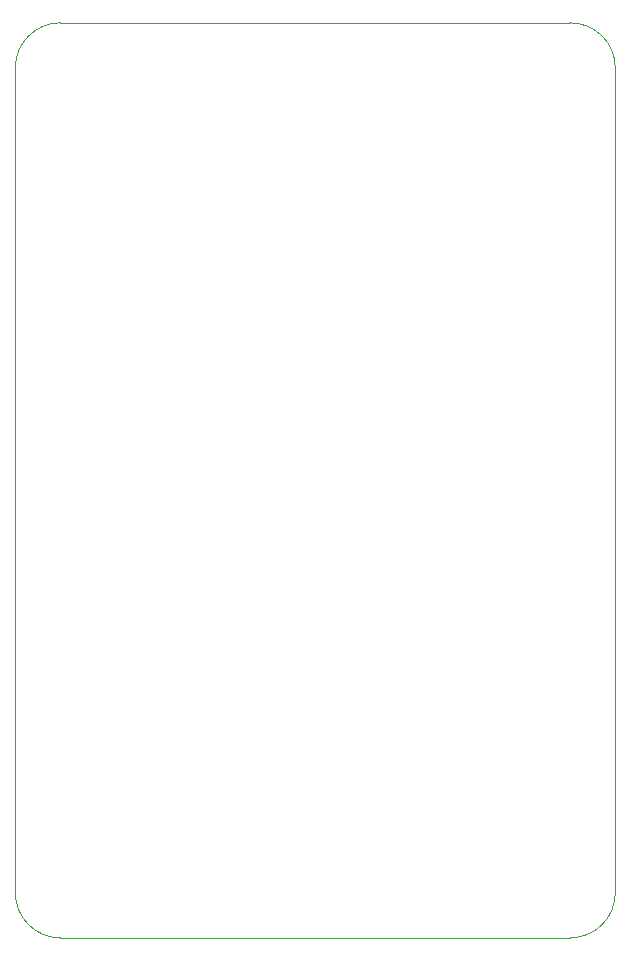
<source format=gbr>
%TF.GenerationSoftware,KiCad,Pcbnew,5.1.8-db9833491~87~ubuntu20.04.1*%
%TF.CreationDate,2020-11-19T17:12:54+01:00*%
%TF.ProjectId,custom-arduino-rtc-temperature-humidity,63757374-6f6d-42d6-9172-6475696e6f2d,rev?*%
%TF.SameCoordinates,Original*%
%TF.FileFunction,Profile,NP*%
%FSLAX46Y46*%
G04 Gerber Fmt 4.6, Leading zero omitted, Abs format (unit mm)*
G04 Created by KiCad (PCBNEW 5.1.8-db9833491~87~ubuntu20.04.1) date 2020-11-19 17:12:54*
%MOMM*%
%LPD*%
G01*
G04 APERTURE LIST*
%TA.AperFunction,Profile*%
%ADD10C,0.050000*%
%TD*%
G04 APERTURE END LIST*
D10*
X154940000Y-93980000D02*
G75*
G02*
X151130000Y-97790000I-3810000J0D01*
G01*
X107950000Y-97790000D02*
X151130000Y-97790000D01*
X107950000Y-97790000D02*
G75*
G02*
X104140000Y-93980000I0J3810000D01*
G01*
X151130000Y-20320000D02*
G75*
G02*
X154940000Y-24130000I0J-3810000D01*
G01*
X135890000Y-20320000D02*
X151130000Y-20320000D01*
X154940000Y-24130000D02*
X154940000Y-93980000D01*
X104140000Y-24130000D02*
G75*
G02*
X107950000Y-20320000I3810000J0D01*
G01*
X104140000Y-93980000D02*
X104140000Y-24130000D01*
X107950000Y-20320000D02*
X135890000Y-20320000D01*
M02*

</source>
